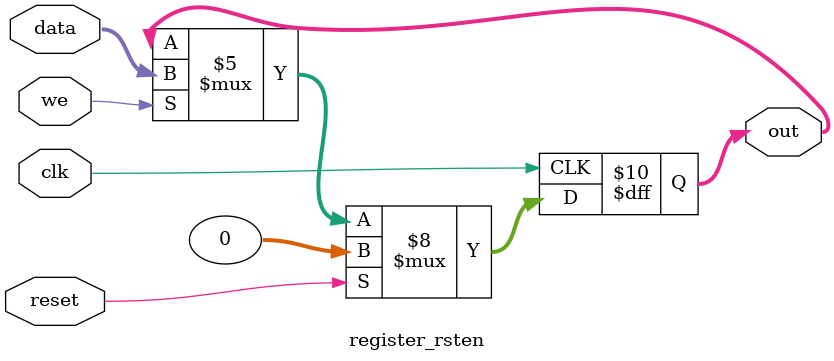
<source format=v>
module register_rsten #(parameter WIDTH=32) (
	  input  clk, reset,we,
	  input	[WIDTH-1:0] data,
	  output reg [WIDTH-1:0] out
    );

initial begin
	out<=0;
end	
	 
always@(posedge clk) begin
	if (reset == 1'b1)
		out<={WIDTH{1'b0}};
	else if(we==1'b1)	
		out<=data;
end

	 
endmodule	 
</source>
